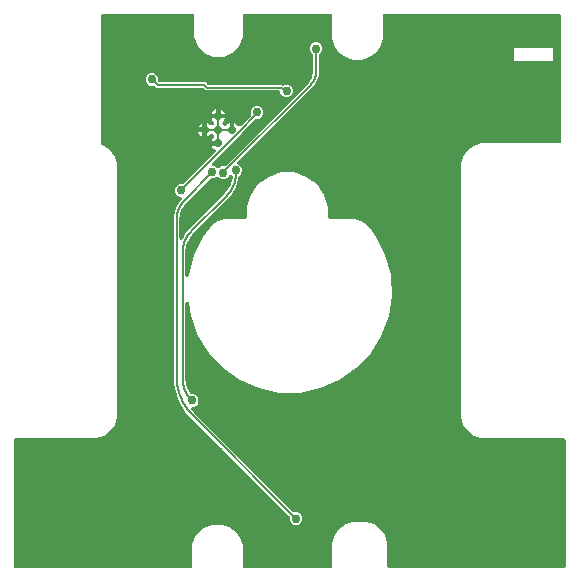
<source format=gbr>
G04 EAGLE Gerber RS-274X export*
G75*
%MOMM*%
%FSLAX34Y34*%
%LPD*%
%INBottom Copper*%
%IPPOS*%
%AMOC8*
5,1,8,0,0,1.08239X$1,22.5*%
G01*
G04 Define Apertures*
%ADD10C,0.708000*%
%ADD11C,0.756400*%
%ADD12C,0.152400*%
G36*
X-81944Y-234814D02*
X-82529Y-234932D01*
X-230389Y-234932D01*
X-230930Y-234832D01*
X-231433Y-234510D01*
X-231770Y-234017D01*
X-231889Y-233432D01*
X-231889Y-126264D01*
X-231788Y-125723D01*
X-231467Y-125221D01*
X-230974Y-124883D01*
X-230389Y-124764D01*
X-162047Y-124764D01*
X-155744Y-122716D01*
X-150382Y-118821D01*
X-146487Y-113459D01*
X-144439Y-107156D01*
X-144439Y107161D01*
X-146487Y113464D01*
X-150382Y118826D01*
X-155744Y122721D01*
X-156964Y123117D01*
X-157544Y123467D01*
X-157881Y123959D01*
X-158000Y124544D01*
X-158000Y232918D01*
X-157899Y233458D01*
X-157577Y233961D01*
X-157085Y234299D01*
X-156500Y234418D01*
X-80704Y234418D01*
X-80163Y234317D01*
X-79660Y233995D01*
X-79323Y233503D01*
X-79204Y232918D01*
X-79204Y214447D01*
X-76170Y206921D01*
X-70543Y201073D01*
X-63138Y197754D01*
X-61748Y197700D01*
X-61232Y197587D01*
X-61221Y197583D01*
X-59050Y197583D01*
X-58710Y197583D01*
X-58620Y197583D01*
X-58281Y197583D01*
X-56109Y197583D01*
X-56098Y197587D01*
X-55582Y197700D01*
X-54192Y197754D01*
X-46787Y201073D01*
X-41160Y206921D01*
X-38127Y214447D01*
X-38127Y232961D01*
X-38026Y233502D01*
X-37704Y234005D01*
X-37212Y234343D01*
X-36627Y234461D01*
X36342Y234461D01*
X36883Y234361D01*
X37386Y234039D01*
X37723Y233546D01*
X37842Y232961D01*
X37842Y212993D01*
X39890Y206690D01*
X43786Y201328D01*
X49147Y197432D01*
X55450Y195384D01*
X62810Y195384D01*
X69113Y197432D01*
X74475Y201328D01*
X78371Y206690D01*
X80419Y212993D01*
X80419Y232918D01*
X80519Y233458D01*
X80841Y233961D01*
X81334Y234299D01*
X81919Y234418D01*
X229901Y234418D01*
X230442Y234317D01*
X230945Y233995D01*
X231282Y233503D01*
X231401Y232918D01*
X231401Y126269D01*
X231300Y125728D01*
X230979Y125225D01*
X230486Y124888D01*
X229901Y124769D01*
X163943Y124769D01*
X157640Y122721D01*
X152278Y118826D01*
X148383Y113464D01*
X146335Y107161D01*
X146335Y-107156D01*
X148383Y-113459D01*
X152278Y-118821D01*
X157640Y-122716D01*
X163943Y-124764D01*
X233766Y-124764D01*
X234306Y-124865D01*
X234809Y-125187D01*
X235147Y-125679D01*
X235266Y-126264D01*
X235266Y-233432D01*
X235165Y-233973D01*
X234843Y-234476D01*
X234351Y-234814D01*
X233766Y-234932D01*
X85906Y-234932D01*
X85365Y-234832D01*
X84862Y-234510D01*
X84525Y-234017D01*
X84406Y-233432D01*
X84406Y-213446D01*
X82337Y-207113D01*
X78403Y-201736D01*
X72994Y-197846D01*
X66644Y-195829D01*
X63363Y-195855D01*
X63351Y-195855D01*
X55450Y-195855D01*
X49147Y-197903D01*
X43786Y-201799D01*
X39890Y-207161D01*
X37842Y-213464D01*
X37842Y-233432D01*
X37741Y-233973D01*
X37419Y-234476D01*
X36927Y-234814D01*
X36342Y-234932D01*
X-36627Y-234932D01*
X-37167Y-234832D01*
X-37670Y-234510D01*
X-38008Y-234017D01*
X-38127Y-233432D01*
X-38127Y-215662D01*
X-40175Y-209359D01*
X-44070Y-203997D01*
X-49432Y-200102D01*
X-55735Y-198054D01*
X-64265Y-198054D01*
X-71954Y-201238D01*
X-77839Y-207122D01*
X-81025Y-214810D01*
X-81026Y-218971D01*
X-81026Y-218971D01*
X-81029Y-233433D01*
X-81130Y-233973D01*
X-81452Y-234476D01*
X-81944Y-234814D01*
G37*
%LPC*%
G36*
X5945Y-198306D02*
X8055Y-198306D01*
X10006Y-197498D01*
X11498Y-196006D01*
X12306Y-194055D01*
X12306Y-191945D01*
X11498Y-189994D01*
X10006Y-188502D01*
X8055Y-187694D01*
X5738Y-187694D01*
X5601Y-187723D01*
X5014Y-187613D01*
X4516Y-187283D01*
X-78944Y-103823D01*
X-79074Y-103675D01*
X-81374Y-100677D01*
X-81546Y-100393D01*
X-81684Y-99812D01*
X-81584Y-99223D01*
X-81262Y-98720D01*
X-80769Y-98383D01*
X-80184Y-98264D01*
X-79769Y-98264D01*
X-77818Y-97456D01*
X-76326Y-95963D01*
X-75518Y-94013D01*
X-75518Y-91902D01*
X-76326Y-89952D01*
X-77818Y-88460D01*
X-79769Y-87652D01*
X-81150Y-87652D01*
X-81974Y-87406D01*
X-82397Y-86985D01*
X-84816Y-83365D01*
X-85040Y-82825D01*
X-86685Y-74553D01*
X-86714Y-74261D01*
X-86714Y-10769D01*
X-86462Y-9937D01*
X-86039Y-9516D01*
X-85485Y-9294D01*
X-84888Y-9305D01*
X-84342Y-9549D01*
X-83935Y-9985D01*
X-83731Y-10546D01*
X-82050Y-21708D01*
X-75999Y-38154D01*
X-66756Y-53042D01*
X-54700Y-65760D01*
X-40327Y-75785D01*
X-24228Y-82706D01*
X-7064Y-86238D01*
X10460Y-86236D01*
X27624Y-82700D01*
X43722Y-75776D01*
X58092Y-65747D01*
X70145Y-53026D01*
X79384Y-38136D01*
X85431Y-21688D01*
X88037Y-4359D01*
X87094Y13140D01*
X82642Y30089D01*
X74863Y45792D01*
X69470Y52697D01*
X69180Y53069D01*
X69180Y53069D01*
X67507Y55212D01*
X62259Y58842D01*
X56169Y60743D01*
X55449Y60743D01*
X54259Y60742D01*
X54259Y60742D01*
X52978Y60742D01*
X36032Y60740D01*
X35491Y60841D01*
X34988Y61163D01*
X34650Y61655D01*
X34531Y62240D01*
X34531Y70870D01*
X31139Y81312D01*
X24685Y90194D01*
X15803Y96647D01*
X5361Y100040D01*
X-5618Y100040D01*
X-16060Y96647D01*
X-24943Y90194D01*
X-31396Y81312D01*
X-34789Y70870D01*
X-34789Y62232D01*
X-34890Y61691D01*
X-35211Y61188D01*
X-35704Y60851D01*
X-36289Y60732D01*
X-52087Y60730D01*
X-52087Y60730D01*
X-52806Y60730D01*
X-58897Y58827D01*
X-64143Y55196D01*
X-66106Y52682D01*
X-71498Y45775D01*
X-79273Y30070D01*
X-83760Y12972D01*
X-83763Y12973D01*
X-83798Y12795D01*
X-84104Y12282D01*
X-84585Y11929D01*
X-85166Y11791D01*
X-85755Y11891D01*
X-86258Y12213D01*
X-86595Y12705D01*
X-86714Y13290D01*
X-86714Y32479D01*
X-86685Y32772D01*
X-85040Y41043D01*
X-84816Y41584D01*
X-80131Y48596D01*
X-79944Y48823D01*
X-48714Y80053D01*
X-48714Y80053D01*
X-47246Y81521D01*
X-43601Y87835D01*
X-41714Y94876D01*
X-41714Y96201D01*
X-41609Y96754D01*
X-41283Y97254D01*
X-41159Y97338D01*
X-39502Y98994D01*
X-38694Y100945D01*
X-38694Y103055D01*
X-39502Y105006D01*
X-40994Y106498D01*
X-41943Y106891D01*
X-42395Y107183D01*
X-42741Y107670D01*
X-42869Y108253D01*
X-42759Y108840D01*
X-42430Y109338D01*
X22114Y173881D01*
X22114Y173881D01*
X23541Y175308D01*
X26286Y181935D01*
X26286Y199201D01*
X26391Y199754D01*
X26717Y200254D01*
X26841Y200338D01*
X28498Y201994D01*
X29306Y203945D01*
X29306Y206055D01*
X28498Y208006D01*
X27006Y209498D01*
X25055Y210306D01*
X22945Y210306D01*
X20994Y209498D01*
X19502Y208006D01*
X18694Y206055D01*
X18694Y203945D01*
X19502Y201994D01*
X21140Y200356D01*
X21258Y200279D01*
X21595Y199787D01*
X21714Y199201D01*
X21714Y185521D01*
X21685Y185228D01*
X20775Y180653D01*
X20551Y180112D01*
X17959Y176233D01*
X17773Y176005D01*
X-52488Y105745D01*
X-52963Y105425D01*
X-53548Y105306D01*
X-55661Y105306D01*
X-57611Y104498D01*
X-57935Y104174D01*
X-58389Y103863D01*
X-58972Y103735D01*
X-59559Y103844D01*
X-60057Y104174D01*
X-60688Y104805D01*
X-62638Y105613D01*
X-62804Y105613D01*
X-63322Y105705D01*
X-63830Y106019D01*
X-64176Y106506D01*
X-64304Y107089D01*
X-64194Y107676D01*
X-63865Y108173D01*
X-39078Y132960D01*
X-39078Y133068D01*
X-38968Y133631D01*
X-38639Y134128D01*
X-27512Y145255D01*
X-27037Y145575D01*
X-26452Y145694D01*
X-24945Y145694D01*
X-22994Y146502D01*
X-21502Y147994D01*
X-20694Y149945D01*
X-20694Y152055D01*
X-21502Y154006D01*
X-22994Y155498D01*
X-24945Y156306D01*
X-27055Y156306D01*
X-29006Y155498D01*
X-30498Y154006D01*
X-31306Y152055D01*
X-31306Y149945D01*
X-31099Y149444D01*
X-30985Y148894D01*
X-31094Y148307D01*
X-31424Y147809D01*
X-39696Y139536D01*
X-40140Y139230D01*
X-40722Y139098D01*
X-41310Y139203D01*
X-41810Y139529D01*
X-41830Y139558D01*
X-43746Y141474D01*
X-45190Y142073D01*
X-45190Y134320D01*
X-49190Y134320D01*
X-49190Y142073D01*
X-50634Y141474D01*
X-51879Y140229D01*
X-52333Y139918D01*
X-52916Y139790D01*
X-53503Y139899D01*
X-54001Y140229D01*
X-54781Y141009D01*
X-55092Y141463D01*
X-55220Y142046D01*
X-55111Y142633D01*
X-54781Y143131D01*
X-53536Y144376D01*
X-52938Y145820D01*
X-64443Y145820D01*
X-63844Y144376D01*
X-62599Y143131D01*
X-62288Y142677D01*
X-62160Y142094D01*
X-62269Y141507D01*
X-62599Y141009D01*
X-63379Y140229D01*
X-63833Y139918D01*
X-64416Y139790D01*
X-65003Y139899D01*
X-65501Y140229D01*
X-66746Y141474D01*
X-68190Y142073D01*
X-68190Y130568D01*
X-66746Y131166D01*
X-65501Y132411D01*
X-65047Y132722D01*
X-64464Y132850D01*
X-63877Y132741D01*
X-63379Y132411D01*
X-62599Y131631D01*
X-62288Y131177D01*
X-62160Y130594D01*
X-62269Y130007D01*
X-62599Y129509D01*
X-63844Y128264D01*
X-64443Y126820D01*
X-56690Y126820D01*
X-56690Y122820D01*
X-64443Y122820D01*
X-63844Y121376D01*
X-62134Y119666D01*
X-61877Y119559D01*
X-61425Y119267D01*
X-61080Y118781D01*
X-60952Y118197D01*
X-61061Y117611D01*
X-61391Y117113D01*
X-87758Y90745D01*
X-88234Y90425D01*
X-88819Y90306D01*
X-91055Y90306D01*
X-93006Y89498D01*
X-94498Y88006D01*
X-95306Y86055D01*
X-95306Y83945D01*
X-94498Y81994D01*
X-93006Y80502D01*
X-90976Y79661D01*
X-90642Y79602D01*
X-90134Y79288D01*
X-89789Y78801D01*
X-89660Y78218D01*
X-89770Y77631D01*
X-90100Y77133D01*
X-91003Y76230D01*
X-94484Y70200D01*
X-96286Y63475D01*
X-96286Y-79336D01*
X-93003Y-91587D01*
X-86661Y-102572D01*
X-83286Y-105947D01*
X-83286Y-105947D01*
X1283Y-190516D01*
X1599Y-190981D01*
X1723Y-191565D01*
X1694Y-191712D01*
X1694Y-194055D01*
X2502Y-196006D01*
X3994Y-197498D01*
X5945Y-198306D01*
G37*
G36*
X191320Y194220D02*
X224320Y194220D01*
X224320Y205220D01*
X191320Y205220D01*
X191320Y194220D01*
G37*
G36*
X-2055Y163694D02*
X55Y163694D01*
X2006Y164502D01*
X3498Y165994D01*
X4306Y167945D01*
X4306Y170055D01*
X3498Y172006D01*
X2006Y173498D01*
X55Y174306D01*
X-2055Y174306D01*
X-3353Y173769D01*
X-3915Y173654D01*
X-4501Y173769D01*
X-5751Y174286D01*
X-66850Y174286D01*
X-67413Y174396D01*
X-67911Y174725D01*
X-69540Y176354D01*
X-108194Y176354D01*
X-108735Y176455D01*
X-109238Y176777D01*
X-109575Y177269D01*
X-109694Y177854D01*
X-109694Y180055D01*
X-110502Y182006D01*
X-111994Y183498D01*
X-113945Y184306D01*
X-116055Y184306D01*
X-118006Y183498D01*
X-119498Y182006D01*
X-120306Y180055D01*
X-120306Y177945D01*
X-119498Y175994D01*
X-118006Y174502D01*
X-116055Y173694D01*
X-113738Y173694D01*
X-113601Y173723D01*
X-113014Y173613D01*
X-112516Y173283D01*
X-111015Y171782D01*
X-72055Y171782D01*
X-71492Y171672D01*
X-70994Y171343D01*
X-69365Y169714D01*
X-8243Y169714D01*
X-7950Y169685D01*
X-7513Y169598D01*
X-6762Y169205D01*
X-6425Y168712D01*
X-6306Y168127D01*
X-6306Y167945D01*
X-5498Y165994D01*
X-4006Y164502D01*
X-2055Y163694D01*
G37*
G36*
X-56690Y149820D02*
X-52938Y149820D01*
X-53536Y151264D01*
X-55246Y152974D01*
X-56690Y153573D01*
X-56690Y149820D01*
G37*
G36*
X-64443Y149820D02*
X-60690Y149820D01*
X-60690Y153573D01*
X-62134Y152974D01*
X-63844Y151264D01*
X-64443Y149820D01*
G37*
G36*
X-75943Y138320D02*
X-72190Y138320D01*
X-72190Y142073D01*
X-73634Y141474D01*
X-75344Y139764D01*
X-75943Y138320D01*
G37*
G36*
X-73634Y131166D02*
X-72190Y130568D01*
X-72190Y134320D01*
X-75943Y134320D01*
X-75344Y132876D01*
X-73634Y131166D01*
G37*
%LPD*%
G36*
X-89585Y43392D02*
X-90166Y43255D01*
X-90755Y43355D01*
X-91258Y43677D01*
X-91595Y44169D01*
X-91714Y44754D01*
X-91714Y59994D01*
X-91685Y60286D01*
X-90135Y68082D01*
X-89911Y68623D01*
X-85495Y75232D01*
X-85308Y75459D01*
X-66177Y94590D01*
X-65713Y94906D01*
X-65129Y95029D01*
X-64982Y95001D01*
X-62638Y95001D01*
X-60688Y95808D01*
X-60363Y96133D01*
X-59910Y96444D01*
X-59327Y96572D01*
X-58740Y96463D01*
X-58242Y96133D01*
X-57611Y95502D01*
X-55661Y94694D01*
X-53550Y94694D01*
X-51600Y95502D01*
X-50107Y96994D01*
X-49909Y97472D01*
X-49617Y97925D01*
X-49130Y98270D01*
X-48547Y98398D01*
X-47960Y98289D01*
X-47463Y97959D01*
X-47117Y97613D01*
X-46709Y96857D01*
X-46706Y96260D01*
X-47960Y89957D01*
X-48184Y89416D01*
X-52869Y82404D01*
X-53056Y82177D01*
X-84286Y50947D01*
X-84286Y50947D01*
X-85754Y49479D01*
X-88915Y44004D01*
X-89104Y43745D01*
X-89585Y43392D01*
G37*
D10*
X-58690Y136320D03*
X-58690Y147820D03*
X-70190Y136320D03*
X-58690Y124820D03*
X-47190Y136320D03*
D11*
X-73000Y168000D03*
X180000Y226858D03*
X166000Y202610D03*
X-86000Y202610D03*
X-114000Y202610D03*
X222000Y154114D03*
X194000Y154114D03*
X166000Y154114D03*
X138000Y154114D03*
X208000Y129866D03*
X12000Y129866D03*
X110000Y105618D03*
X82000Y105618D03*
X54000Y154114D03*
X54000Y105618D03*
X26000Y105618D03*
X-100000Y226858D03*
X-114000Y105618D03*
X96000Y81370D03*
X-72000Y81370D03*
X-100000Y81370D03*
X138000Y57122D03*
X82000Y57122D03*
X-114000Y57122D03*
X96000Y32874D03*
X-100000Y129866D03*
X138000Y8626D03*
X110000Y8626D03*
X166000Y-136862D03*
X166000Y-185358D03*
X26000Y-185358D03*
X124000Y-64118D03*
X110000Y-39870D03*
X68000Y-64118D03*
X40000Y-112614D03*
X-44000Y-161110D03*
X110000Y-88366D03*
X-114000Y8626D03*
X-58000Y-185358D03*
X54000Y-88366D03*
X12000Y-161110D03*
X26000Y-88366D03*
X12000Y-112614D03*
X-30000Y-88366D03*
X40000Y81370D03*
X180000Y-209606D03*
X124000Y-112614D03*
X96000Y-112614D03*
X138000Y202610D03*
X68000Y-112614D03*
X124000Y-15622D03*
X-16000Y-112614D03*
X-114000Y-88366D03*
X96000Y-15622D03*
X-100000Y-112614D03*
X208000Y226858D03*
X110000Y57122D03*
X138000Y105618D03*
X222000Y-136862D03*
X68000Y81370D03*
X180000Y178362D03*
X-44000Y-112614D03*
X138000Y-136862D03*
X54000Y-185358D03*
X54000Y-136862D03*
X26000Y-136862D03*
X-2000Y-136862D03*
X-30000Y-136862D03*
X-86000Y-136862D03*
X152000Y-161110D03*
X208000Y-161110D03*
X194000Y-185358D03*
X194000Y-136862D03*
X180000Y-161110D03*
X138000Y-39870D03*
X-128000Y-15622D03*
X68000Y-161110D03*
X110000Y-136862D03*
X-100000Y-161110D03*
X222000Y-185358D03*
X-114000Y-136862D03*
X-114000Y-39870D03*
X40000Y-161110D03*
X124000Y32874D03*
X12000Y-209606D03*
X-128000Y-64118D03*
X-128000Y81370D03*
X-86000Y-185358D03*
X152000Y-209606D03*
X-58000Y-136862D03*
X82000Y-88366D03*
X82000Y-185358D03*
X82000Y-136862D03*
X208000Y-209606D03*
X12000Y226858D03*
X96000Y-64118D03*
X-16000Y-161110D03*
X-30000Y-185358D03*
X-128000Y32874D03*
X138000Y-88366D03*
X-2000Y202610D03*
X124000Y81370D03*
X-30000Y202610D03*
D12*
X-47190Y136320D02*
X-58690Y136320D01*
X-58690Y124820D01*
X-58690Y136320D02*
X-70190Y136320D01*
X-58690Y136320D02*
X-58690Y147820D01*
D11*
X-153000Y230000D03*
X-140000Y230000D03*
X-152000Y219000D03*
X-141000Y219000D03*
X-153000Y207000D03*
X-141000Y207000D03*
X-147000Y213000D03*
X-147000Y225000D03*
X-147000Y200000D03*
X-153000Y193000D03*
X-142000Y193000D03*
X-148000Y186000D03*
X-152000Y178000D03*
X-141000Y181000D03*
X-147000Y170000D03*
X-153000Y163000D03*
X-142000Y163000D03*
X-147000Y157000D03*
X-137000Y136000D03*
X-137000Y128000D03*
X-137000Y119000D03*
X-145000Y119000D03*
X-137000Y110000D03*
X-137000Y101000D03*
X34000Y154000D03*
X25000Y131000D03*
X-83000Y114000D03*
X143000Y229000D03*
X193000Y171000D03*
X180000Y200000D03*
X-33000Y106000D03*
X-90000Y85000D03*
D12*
X-26707Y149293D02*
X-26641Y149361D01*
X-26578Y149432D01*
X-26518Y149506D01*
X-26461Y149581D01*
X-26407Y149659D01*
X-26356Y149739D01*
X-26308Y149820D01*
X-26263Y149904D01*
X-26222Y149989D01*
X-26184Y150076D01*
X-26149Y150164D01*
X-26118Y150254D01*
X-26091Y150345D01*
X-26067Y150436D01*
X-26046Y150529D01*
X-26030Y150622D01*
X-26017Y150716D01*
X-26007Y150811D01*
X-26002Y150905D01*
X-26000Y151000D01*
D11*
X-26000Y151000D03*
D12*
X-41364Y133907D02*
X-90000Y85271D01*
X-90000Y85000D01*
X-41364Y133907D02*
X-41364Y134636D01*
X-26707Y149293D01*
D11*
X-80824Y-92958D03*
X-44000Y102000D03*
D12*
X-44000Y98521D01*
X-44007Y97917D01*
X-44029Y97312D01*
X-44065Y96709D01*
X-44115Y96107D01*
X-44180Y95506D01*
X-44259Y94906D01*
X-44352Y94309D01*
X-44459Y93714D01*
X-44580Y93122D01*
X-44716Y92533D01*
X-44865Y91947D01*
X-45029Y91365D01*
X-45206Y90787D01*
X-45397Y90213D01*
X-45601Y89645D01*
X-45819Y89081D01*
X-46051Y88522D01*
X-46295Y87969D01*
X-46553Y87423D01*
X-46824Y86882D01*
X-47107Y86348D01*
X-47403Y85821D01*
X-47711Y85301D01*
X-48032Y84789D01*
X-48365Y84284D01*
X-48710Y83788D01*
X-49066Y83299D01*
X-49434Y82820D01*
X-49814Y82349D01*
X-50204Y81888D01*
X-50605Y81435D01*
X-51017Y80993D01*
X-51439Y80560D01*
X-51440Y80561D02*
X-81561Y50440D01*
X-81561Y-92221D02*
X-80824Y-92958D01*
X-81561Y-92222D02*
X-81983Y-91789D01*
X-82395Y-91347D01*
X-82796Y-90894D01*
X-83186Y-90433D01*
X-83566Y-89962D01*
X-83934Y-89483D01*
X-84290Y-88994D01*
X-84635Y-88498D01*
X-84968Y-87993D01*
X-85289Y-87481D01*
X-85597Y-86961D01*
X-85893Y-86434D01*
X-86176Y-85900D01*
X-86447Y-85359D01*
X-86705Y-84813D01*
X-86949Y-84260D01*
X-87181Y-83701D01*
X-87399Y-83137D01*
X-87603Y-82569D01*
X-87794Y-81995D01*
X-87971Y-81417D01*
X-88135Y-80835D01*
X-88284Y-80249D01*
X-88420Y-79660D01*
X-88541Y-79068D01*
X-88648Y-78473D01*
X-88741Y-77876D01*
X-88820Y-77276D01*
X-88885Y-76675D01*
X-88935Y-76073D01*
X-88971Y-75470D01*
X-88993Y-74865D01*
X-89000Y-74261D01*
X-89000Y32479D01*
X-88993Y33083D01*
X-88971Y33688D01*
X-88935Y34291D01*
X-88885Y34893D01*
X-88820Y35494D01*
X-88741Y36094D01*
X-88648Y36691D01*
X-88541Y37286D01*
X-88420Y37878D01*
X-88284Y38467D01*
X-88135Y39053D01*
X-87971Y39635D01*
X-87794Y40213D01*
X-87603Y40787D01*
X-87399Y41355D01*
X-87181Y41919D01*
X-86949Y42478D01*
X-86705Y43031D01*
X-86447Y43577D01*
X-86176Y44118D01*
X-85893Y44652D01*
X-85597Y45179D01*
X-85289Y45699D01*
X-84968Y46211D01*
X-84635Y46716D01*
X-84290Y47212D01*
X-83934Y47701D01*
X-83566Y48180D01*
X-83186Y48651D01*
X-82796Y49112D01*
X-82395Y49565D01*
X-81983Y50007D01*
X-81561Y50440D01*
D11*
X-54605Y100000D03*
D12*
X19389Y174389D02*
X19651Y174657D01*
X19906Y174931D01*
X20155Y175212D01*
X20397Y175498D01*
X20632Y175789D01*
X20860Y176087D01*
X21081Y176389D01*
X21295Y176697D01*
X21501Y177010D01*
X21700Y177327D01*
X21891Y177650D01*
X22074Y177976D01*
X22250Y178307D01*
X22418Y178642D01*
X22577Y178981D01*
X22729Y179324D01*
X22872Y179670D01*
X23007Y180019D01*
X23134Y180372D01*
X23252Y180727D01*
X23362Y181086D01*
X23464Y181446D01*
X23556Y181809D01*
X23640Y182175D01*
X23716Y182542D01*
X23782Y182910D01*
X23840Y183281D01*
X23889Y183652D01*
X23929Y184025D01*
X23960Y184398D01*
X23982Y184772D01*
X23996Y185146D01*
X24000Y185521D01*
X24000Y205000D01*
D11*
X24000Y205000D03*
D12*
X19389Y174389D02*
X-54605Y100395D01*
X-54605Y100000D01*
D11*
X-63693Y100307D03*
D12*
X-86924Y77076D01*
X-86925Y77076D02*
X-87326Y76664D01*
X-87718Y76243D01*
X-88100Y75813D01*
X-88471Y75375D01*
X-88832Y74927D01*
X-89182Y74471D01*
X-89521Y74006D01*
X-89849Y73534D01*
X-90165Y73054D01*
X-90470Y72567D01*
X-90764Y72072D01*
X-91045Y71571D01*
X-91315Y71063D01*
X-91572Y70549D01*
X-91817Y70029D01*
X-92050Y69503D01*
X-92270Y68972D01*
X-92477Y68436D01*
X-92671Y67895D01*
X-92853Y67349D01*
X-93021Y66800D01*
X-93177Y66246D01*
X-93319Y65689D01*
X-93448Y65129D01*
X-93563Y64566D01*
X-93666Y64000D01*
X-93754Y63432D01*
X-93829Y62862D01*
X-93891Y62290D01*
X-93938Y61717D01*
X-93973Y61143D01*
X-93993Y60569D01*
X-94000Y59994D01*
X-94000Y-72994D01*
X-93987Y-74086D01*
X-93948Y-75177D01*
X-93883Y-76267D01*
X-93792Y-77356D01*
X-93675Y-78441D01*
X-93533Y-79524D01*
X-93365Y-80603D01*
X-93171Y-81678D01*
X-92951Y-82748D01*
X-92707Y-83812D01*
X-92437Y-84870D01*
X-92141Y-85921D01*
X-91821Y-86965D01*
X-91476Y-88002D01*
X-91107Y-89029D01*
X-90713Y-90048D01*
X-90295Y-91057D01*
X-89853Y-92055D01*
X-89388Y-93043D01*
X-88899Y-94020D01*
X-88387Y-94984D01*
X-87853Y-95937D01*
X-87295Y-96876D01*
X-86716Y-97801D01*
X-86115Y-98713D01*
X-85492Y-99610D01*
X-84848Y-100492D01*
X-84183Y-101358D01*
X-83498Y-102209D01*
X-82793Y-103042D01*
X-82068Y-103859D01*
X-81324Y-104658D01*
X-80561Y-105440D01*
X7000Y-193000D01*
D11*
X7000Y-193000D03*
X-115000Y179000D03*
D12*
X-8243Y172000D02*
X-7999Y171997D01*
X-7756Y171988D01*
X-7512Y171974D01*
X-7269Y171954D01*
X-7027Y171928D01*
X-6785Y171896D01*
X-6544Y171858D01*
X-6305Y171815D01*
X-6066Y171766D01*
X-5828Y171711D01*
X-5592Y171651D01*
X-5357Y171585D01*
X-5124Y171514D01*
X-4893Y171437D01*
X-4663Y171354D01*
X-4436Y171266D01*
X-4211Y171173D01*
X-3988Y171074D01*
X-3767Y170970D01*
X-3549Y170861D01*
X-3334Y170747D01*
X-3122Y170628D01*
X-2912Y170503D01*
X-2705Y170374D01*
X-2502Y170240D01*
X-2301Y170101D01*
X-2105Y169957D01*
X-1911Y169809D01*
X-1721Y169656D01*
X-1535Y169498D01*
X-1353Y169336D01*
X-1175Y169170D01*
X-1000Y169000D01*
X-70487Y174068D02*
X-110068Y174068D01*
X-115000Y179000D01*
X-70487Y174068D02*
X-68419Y172000D01*
X-8243Y172000D01*
D11*
X-1000Y169000D03*
M02*

</source>
